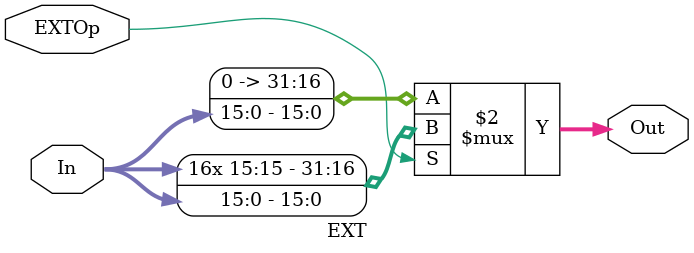
<source format=v>
`timescale 1ns / 1ps
`include "MACRO.v"
module EXT(
	input[15:0] In,
	input EXTOp,
	output[31:0] Out
    );
	
	assign Out = (EXTOp==1)? {{16{In[15]}},In}: {{16{1'b0}},In};

endmodule

</source>
